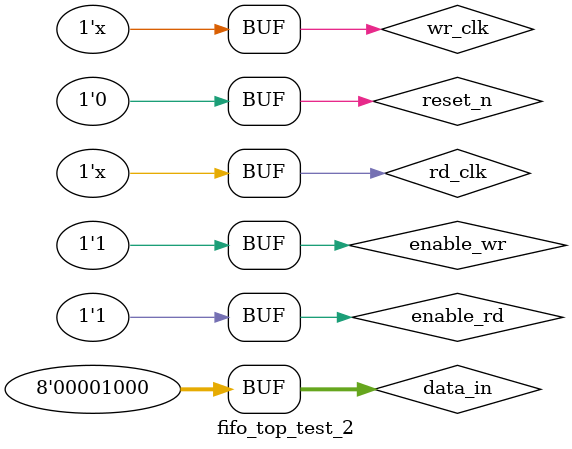
<source format=v>
`timescale 1ns / 1ps


module fifo_top_test_2;

	// Inputs
	reg wr_clk;
	reg rd_clk;
	reg [7:0] data_in;
	reg reset_n;
	reg enable_wr;
	reg enable_rd;

	// Outputs
	wire [7:0] data_out;
	wire f_empty;
	wire f_full;
	wire f_almost_full;
	wire f_almost_empty;
	wire f_half;
	wire f_healthy;

	// Instantiate the Unit Under Test (UUT)
	fifo_top_1 uut (
		.wr_clk(wr_clk), 
		.rd_clk(rd_clk), 
		.data_in(data_in), 
		.data_out(data_out), 
		.reset_n(reset_n), 
		.f_empty(f_empty), 
		.f_full(f_full), 
		.f_almost_full(f_almost_full), 
		.f_almost_empty(f_almost_empty), 
		.f_half(f_half), 
		.f_healthy(f_healthy), 
		.enable_wr(enable_wr), 
		.enable_rd(enable_rd)
	);
	
// clocks
	always # 5 wr_clk = ~ wr_clk;
	always # 15.15 rd_clk = ~ rd_clk;
	
	initial begin
		// Initialize Inputs
		wr_clk = 0;
		rd_clk = 0;
		
		data_in = 8'b0000_1010;
		reset_n = 0;
		enable_wr = 0;
		enable_rd = 0;
		#30;
		
		data_in = 8'b0000_1010;
		reset_n = 1;
		enable_wr = 0;
		enable_rd = 0;
		#30;
		
		data_in = 8'b0000_1010;
		reset_n = 1;
		enable_wr = 0;
		enable_rd = 0;
		#30;
		
		data_in = 8'b0000_1010;
		reset_n = 1;
		enable_wr = 1;
		enable_rd = 0;
		#10;
		
		data_in = 8'b0001_0000;
		reset_n = 1;

		#15;
		
		data_in = 8'b0100_0001;
		reset_n = 1;

		#15;
		
		data_in = 8'b0001_0011;
		reset_n = 1;

		#15;
		
		data_in = 8'b1010_1010;
		reset_n = 1;

		#15;
		
		data_in = 8'b1010_1010;
		reset_n = 1;
		#15;
		
		data_in = 8'b1011_1011;
		reset_n = 1;
		#15;
		
		data_in = 8'b1111_1111;
		reset_n = 1;
		#15;
		
		data_in = 8'b0000_0111;  // full
		reset_n = 1;
		#15;

data_in = 8'b0000_1000;
		reset_n = 0;
		enable_wr = 1;
		enable_rd = 1;
		#10;

	end
      
endmodule


</source>
